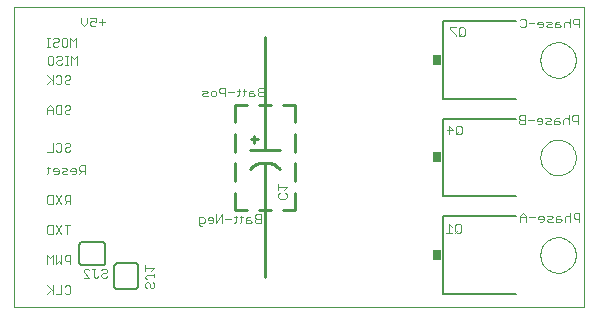
<source format=gbo>
G75*
G70*
%OFA0B0*%
%FSLAX24Y24*%
%IPPOS*%
%LPD*%
%AMOC8*
5,1,8,0,0,1.08239X$1,22.5*
%
%ADD10C,0.0000*%
%ADD11C,0.0030*%
%ADD12C,0.0080*%
%ADD13R,0.0300X0.0340*%
%ADD14C,0.0100*%
%ADD15C,0.0060*%
D10*
X000140Y000450D02*
X000140Y010450D01*
X019140Y010450D01*
X019140Y000450D01*
X000140Y000450D01*
X017674Y002200D02*
X017676Y002248D01*
X017682Y002296D01*
X017692Y002343D01*
X017705Y002389D01*
X017723Y002434D01*
X017743Y002478D01*
X017768Y002520D01*
X017796Y002559D01*
X017826Y002596D01*
X017860Y002630D01*
X017897Y002662D01*
X017935Y002691D01*
X017976Y002716D01*
X018019Y002738D01*
X018064Y002756D01*
X018110Y002770D01*
X018157Y002781D01*
X018205Y002788D01*
X018253Y002791D01*
X018301Y002790D01*
X018349Y002785D01*
X018397Y002776D01*
X018443Y002764D01*
X018488Y002747D01*
X018532Y002727D01*
X018574Y002704D01*
X018614Y002677D01*
X018652Y002647D01*
X018687Y002614D01*
X018719Y002578D01*
X018749Y002540D01*
X018775Y002499D01*
X018797Y002456D01*
X018817Y002412D01*
X018832Y002367D01*
X018844Y002320D01*
X018852Y002272D01*
X018856Y002224D01*
X018856Y002176D01*
X018852Y002128D01*
X018844Y002080D01*
X018832Y002033D01*
X018817Y001988D01*
X018797Y001944D01*
X018775Y001901D01*
X018749Y001860D01*
X018719Y001822D01*
X018687Y001786D01*
X018652Y001753D01*
X018614Y001723D01*
X018574Y001696D01*
X018532Y001673D01*
X018488Y001653D01*
X018443Y001636D01*
X018397Y001624D01*
X018349Y001615D01*
X018301Y001610D01*
X018253Y001609D01*
X018205Y001612D01*
X018157Y001619D01*
X018110Y001630D01*
X018064Y001644D01*
X018019Y001662D01*
X017976Y001684D01*
X017935Y001709D01*
X017897Y001738D01*
X017860Y001770D01*
X017826Y001804D01*
X017796Y001841D01*
X017768Y001880D01*
X017743Y001922D01*
X017723Y001966D01*
X017705Y002011D01*
X017692Y002057D01*
X017682Y002104D01*
X017676Y002152D01*
X017674Y002200D01*
X017674Y005450D02*
X017676Y005498D01*
X017682Y005546D01*
X017692Y005593D01*
X017705Y005639D01*
X017723Y005684D01*
X017743Y005728D01*
X017768Y005770D01*
X017796Y005809D01*
X017826Y005846D01*
X017860Y005880D01*
X017897Y005912D01*
X017935Y005941D01*
X017976Y005966D01*
X018019Y005988D01*
X018064Y006006D01*
X018110Y006020D01*
X018157Y006031D01*
X018205Y006038D01*
X018253Y006041D01*
X018301Y006040D01*
X018349Y006035D01*
X018397Y006026D01*
X018443Y006014D01*
X018488Y005997D01*
X018532Y005977D01*
X018574Y005954D01*
X018614Y005927D01*
X018652Y005897D01*
X018687Y005864D01*
X018719Y005828D01*
X018749Y005790D01*
X018775Y005749D01*
X018797Y005706D01*
X018817Y005662D01*
X018832Y005617D01*
X018844Y005570D01*
X018852Y005522D01*
X018856Y005474D01*
X018856Y005426D01*
X018852Y005378D01*
X018844Y005330D01*
X018832Y005283D01*
X018817Y005238D01*
X018797Y005194D01*
X018775Y005151D01*
X018749Y005110D01*
X018719Y005072D01*
X018687Y005036D01*
X018652Y005003D01*
X018614Y004973D01*
X018574Y004946D01*
X018532Y004923D01*
X018488Y004903D01*
X018443Y004886D01*
X018397Y004874D01*
X018349Y004865D01*
X018301Y004860D01*
X018253Y004859D01*
X018205Y004862D01*
X018157Y004869D01*
X018110Y004880D01*
X018064Y004894D01*
X018019Y004912D01*
X017976Y004934D01*
X017935Y004959D01*
X017897Y004988D01*
X017860Y005020D01*
X017826Y005054D01*
X017796Y005091D01*
X017768Y005130D01*
X017743Y005172D01*
X017723Y005216D01*
X017705Y005261D01*
X017692Y005307D01*
X017682Y005354D01*
X017676Y005402D01*
X017674Y005450D01*
X017674Y008700D02*
X017676Y008748D01*
X017682Y008796D01*
X017692Y008843D01*
X017705Y008889D01*
X017723Y008934D01*
X017743Y008978D01*
X017768Y009020D01*
X017796Y009059D01*
X017826Y009096D01*
X017860Y009130D01*
X017897Y009162D01*
X017935Y009191D01*
X017976Y009216D01*
X018019Y009238D01*
X018064Y009256D01*
X018110Y009270D01*
X018157Y009281D01*
X018205Y009288D01*
X018253Y009291D01*
X018301Y009290D01*
X018349Y009285D01*
X018397Y009276D01*
X018443Y009264D01*
X018488Y009247D01*
X018532Y009227D01*
X018574Y009204D01*
X018614Y009177D01*
X018652Y009147D01*
X018687Y009114D01*
X018719Y009078D01*
X018749Y009040D01*
X018775Y008999D01*
X018797Y008956D01*
X018817Y008912D01*
X018832Y008867D01*
X018844Y008820D01*
X018852Y008772D01*
X018856Y008724D01*
X018856Y008676D01*
X018852Y008628D01*
X018844Y008580D01*
X018832Y008533D01*
X018817Y008488D01*
X018797Y008444D01*
X018775Y008401D01*
X018749Y008360D01*
X018719Y008322D01*
X018687Y008286D01*
X018652Y008253D01*
X018614Y008223D01*
X018574Y008196D01*
X018532Y008173D01*
X018488Y008153D01*
X018443Y008136D01*
X018397Y008124D01*
X018349Y008115D01*
X018301Y008110D01*
X018253Y008109D01*
X018205Y008112D01*
X018157Y008119D01*
X018110Y008130D01*
X018064Y008144D01*
X018019Y008162D01*
X017976Y008184D01*
X017935Y008209D01*
X017897Y008238D01*
X017860Y008270D01*
X017826Y008304D01*
X017796Y008341D01*
X017768Y008380D01*
X017743Y008422D01*
X017723Y008466D01*
X017705Y008511D01*
X017692Y008557D01*
X017682Y008604D01*
X017676Y008652D01*
X017674Y008700D01*
D11*
X017626Y009790D02*
X017723Y009790D01*
X017771Y009838D01*
X017771Y009935D01*
X017723Y009983D01*
X017626Y009983D01*
X017578Y009935D01*
X017578Y009887D01*
X017771Y009887D01*
X017873Y009838D02*
X017921Y009887D01*
X018018Y009887D01*
X018066Y009935D01*
X018018Y009983D01*
X017873Y009983D01*
X018167Y009935D02*
X018167Y009790D01*
X018312Y009790D01*
X018361Y009838D01*
X018312Y009887D01*
X018167Y009887D01*
X018167Y009935D02*
X018216Y009983D01*
X018312Y009983D01*
X018462Y009935D02*
X018462Y009790D01*
X018462Y009935D02*
X018510Y009983D01*
X018607Y009983D01*
X018655Y009935D01*
X018757Y009935D02*
X018805Y009887D01*
X018950Y009887D01*
X018950Y009790D02*
X018950Y010080D01*
X018805Y010080D01*
X018757Y010032D01*
X018757Y009935D01*
X018655Y010080D02*
X018655Y009790D01*
X018066Y009790D02*
X017921Y009790D01*
X017873Y009838D01*
X017477Y009935D02*
X017283Y009935D01*
X017182Y009838D02*
X017134Y009790D01*
X017037Y009790D01*
X016989Y009838D01*
X017182Y009838D02*
X017182Y010032D01*
X017134Y010080D01*
X017037Y010080D01*
X016989Y010032D01*
X015157Y009737D02*
X015157Y009543D01*
X015108Y009495D01*
X015012Y009495D01*
X014963Y009543D01*
X014963Y009737D01*
X015012Y009785D01*
X015108Y009785D01*
X015157Y009737D01*
X015060Y009592D02*
X014963Y009495D01*
X014862Y009495D02*
X014862Y009543D01*
X014669Y009737D01*
X014669Y009785D01*
X014862Y009785D01*
X017012Y006855D02*
X016964Y006807D01*
X016964Y006758D01*
X017012Y006710D01*
X017157Y006710D01*
X017258Y006710D02*
X017452Y006710D01*
X017553Y006710D02*
X017553Y006662D01*
X017746Y006662D01*
X017746Y006710D02*
X017698Y006758D01*
X017601Y006758D01*
X017553Y006710D01*
X017601Y006565D02*
X017698Y006565D01*
X017746Y006613D01*
X017746Y006710D01*
X017848Y006758D02*
X017993Y006758D01*
X018041Y006710D01*
X017993Y006662D01*
X017896Y006662D01*
X017848Y006613D01*
X017896Y006565D01*
X018041Y006565D01*
X018142Y006565D02*
X018287Y006565D01*
X018336Y006613D01*
X018287Y006662D01*
X018142Y006662D01*
X018142Y006710D02*
X018142Y006565D01*
X018142Y006710D02*
X018191Y006758D01*
X018287Y006758D01*
X018437Y006710D02*
X018437Y006565D01*
X018437Y006710D02*
X018485Y006758D01*
X018582Y006758D01*
X018630Y006710D01*
X018732Y006710D02*
X018780Y006662D01*
X018925Y006662D01*
X018925Y006565D02*
X018925Y006855D01*
X018780Y006855D01*
X018732Y006807D01*
X018732Y006710D01*
X018630Y006855D02*
X018630Y006565D01*
X017157Y006565D02*
X017012Y006565D01*
X016964Y006613D01*
X016964Y006662D01*
X017012Y006710D01*
X017012Y006855D02*
X017157Y006855D01*
X017157Y006565D01*
X015057Y006462D02*
X015057Y006268D01*
X015008Y006220D01*
X014912Y006220D01*
X014863Y006268D01*
X014863Y006462D01*
X014912Y006510D01*
X015008Y006510D01*
X015057Y006462D01*
X014960Y006317D02*
X014863Y006220D01*
X014762Y006365D02*
X014569Y006365D01*
X014617Y006220D02*
X014617Y006510D01*
X014762Y006365D01*
X017110Y003605D02*
X017014Y003508D01*
X017014Y003315D01*
X017207Y003315D02*
X017207Y003508D01*
X017110Y003605D01*
X017014Y003460D02*
X017207Y003460D01*
X017308Y003460D02*
X017502Y003460D01*
X017603Y003460D02*
X017603Y003412D01*
X017796Y003412D01*
X017796Y003460D02*
X017796Y003363D01*
X017748Y003315D01*
X017651Y003315D01*
X017898Y003363D02*
X017946Y003412D01*
X018043Y003412D01*
X018091Y003460D01*
X018043Y003508D01*
X017898Y003508D01*
X017796Y003460D02*
X017748Y003508D01*
X017651Y003508D01*
X017603Y003460D01*
X017898Y003363D02*
X017946Y003315D01*
X018091Y003315D01*
X018192Y003315D02*
X018337Y003315D01*
X018386Y003363D01*
X018337Y003412D01*
X018192Y003412D01*
X018192Y003460D02*
X018192Y003315D01*
X018192Y003460D02*
X018241Y003508D01*
X018337Y003508D01*
X018487Y003460D02*
X018487Y003315D01*
X018680Y003315D02*
X018680Y003605D01*
X018632Y003508D02*
X018535Y003508D01*
X018487Y003460D01*
X018632Y003508D02*
X018680Y003460D01*
X018782Y003460D02*
X018830Y003412D01*
X018975Y003412D01*
X018975Y003315D02*
X018975Y003605D01*
X018830Y003605D01*
X018782Y003557D01*
X018782Y003460D01*
X015032Y003187D02*
X015032Y002993D01*
X014983Y002945D01*
X014887Y002945D01*
X014838Y002993D01*
X014838Y003187D01*
X014887Y003235D01*
X014983Y003235D01*
X015032Y003187D01*
X014935Y003042D02*
X014838Y002945D01*
X014737Y002945D02*
X014544Y002945D01*
X014640Y002945D02*
X014640Y003235D01*
X014737Y003138D01*
X009225Y004124D02*
X009177Y004076D01*
X008983Y004076D01*
X008935Y004124D01*
X008935Y004221D01*
X008983Y004269D01*
X008935Y004370D02*
X008935Y004564D01*
X008935Y004467D02*
X009225Y004467D01*
X009128Y004370D01*
X009177Y004269D02*
X009225Y004221D01*
X009225Y004124D01*
X008350Y003555D02*
X008205Y003555D01*
X008157Y003507D01*
X008157Y003458D01*
X008205Y003410D01*
X008350Y003410D01*
X008350Y003265D02*
X008205Y003265D01*
X008157Y003313D01*
X008157Y003362D01*
X008205Y003410D01*
X008055Y003313D02*
X008007Y003362D01*
X007862Y003362D01*
X007862Y003410D02*
X007862Y003265D01*
X008007Y003265D01*
X008055Y003313D01*
X007910Y003458D02*
X007862Y003410D01*
X007910Y003458D02*
X008007Y003458D01*
X007761Y003458D02*
X007664Y003458D01*
X007712Y003507D02*
X007712Y003313D01*
X007664Y003265D01*
X007516Y003313D02*
X007468Y003265D01*
X007516Y003313D02*
X007516Y003507D01*
X007564Y003458D02*
X007468Y003458D01*
X007368Y003410D02*
X007174Y003410D01*
X007073Y003265D02*
X007073Y003555D01*
X006880Y003265D01*
X006880Y003555D01*
X006779Y003410D02*
X006730Y003458D01*
X006633Y003458D01*
X006585Y003410D01*
X006585Y003362D01*
X006779Y003362D01*
X006779Y003410D02*
X006779Y003313D01*
X006730Y003265D01*
X006633Y003265D01*
X006484Y003313D02*
X006484Y003410D01*
X006435Y003458D01*
X006290Y003458D01*
X006290Y003217D01*
X006339Y003168D01*
X006387Y003168D01*
X006435Y003265D02*
X006290Y003265D01*
X006435Y003265D02*
X006484Y003313D01*
X008350Y003265D02*
X008350Y003555D01*
X004799Y001777D02*
X004508Y001777D01*
X004508Y001680D02*
X004508Y001874D01*
X004702Y001680D02*
X004799Y001777D01*
X004799Y001579D02*
X004799Y001482D01*
X004799Y001531D02*
X004557Y001531D01*
X004508Y001482D01*
X004508Y001434D01*
X004557Y001386D01*
X004557Y001285D02*
X004508Y001236D01*
X004508Y001139D01*
X004557Y001091D01*
X004653Y001139D02*
X004653Y001236D01*
X004605Y001285D01*
X004557Y001285D01*
X004653Y001139D02*
X004702Y001091D01*
X004750Y001091D01*
X004799Y001139D01*
X004799Y001236D01*
X004750Y001285D01*
X003235Y001493D02*
X003187Y001445D01*
X003090Y001445D01*
X003042Y001493D01*
X003042Y001542D01*
X003090Y001590D01*
X003187Y001590D01*
X003235Y001638D01*
X003235Y001687D01*
X003187Y001735D01*
X003090Y001735D01*
X003042Y001687D01*
X002844Y001735D02*
X002747Y001735D01*
X002795Y001735D02*
X002795Y001493D01*
X002844Y001445D01*
X002892Y001445D01*
X002940Y001493D01*
X002646Y001445D02*
X002452Y001638D01*
X002452Y001687D01*
X002501Y001735D01*
X002597Y001735D01*
X002646Y001687D01*
X002646Y001445D02*
X002452Y001445D01*
X002009Y001137D02*
X002009Y000943D01*
X001961Y000895D01*
X001864Y000895D01*
X001815Y000943D01*
X001714Y000895D02*
X001521Y000895D01*
X001420Y000895D02*
X001420Y001185D01*
X001420Y000992D02*
X001226Y001185D01*
X001371Y001040D02*
X001226Y000895D01*
X001714Y000895D02*
X001714Y001185D01*
X001815Y001137D02*
X001864Y001185D01*
X001961Y001185D01*
X002009Y001137D01*
X002009Y001895D02*
X002009Y002185D01*
X001864Y002185D01*
X001815Y002137D01*
X001815Y002040D01*
X001864Y001992D01*
X002009Y001992D01*
X001714Y001895D02*
X001714Y002185D01*
X001521Y002185D02*
X001521Y001895D01*
X001618Y001992D01*
X001714Y001895D01*
X001420Y001895D02*
X001420Y002185D01*
X001323Y002088D01*
X001226Y002185D01*
X001226Y001895D01*
X001275Y002895D02*
X001226Y002943D01*
X001226Y003137D01*
X001275Y003185D01*
X001420Y003185D01*
X001420Y002895D01*
X001275Y002895D01*
X001521Y002895D02*
X001714Y003185D01*
X001815Y003185D02*
X002009Y003185D01*
X001912Y003185D02*
X001912Y002895D01*
X001714Y002895D02*
X001521Y003185D01*
X001521Y003895D02*
X001714Y004185D01*
X001815Y004137D02*
X001815Y004040D01*
X001864Y003992D01*
X002009Y003992D01*
X001912Y003992D02*
X001815Y003895D01*
X001714Y003895D02*
X001521Y004185D01*
X001420Y004185D02*
X001275Y004185D01*
X001226Y004137D01*
X001226Y003943D01*
X001275Y003895D01*
X001420Y003895D01*
X001420Y004185D01*
X001815Y004137D02*
X001864Y004185D01*
X002009Y004185D01*
X002009Y003895D01*
X002060Y004895D02*
X002157Y004895D01*
X002205Y004943D01*
X002205Y005040D01*
X002157Y005088D01*
X002060Y005088D01*
X002012Y005040D01*
X002012Y004992D01*
X002205Y004992D01*
X002307Y005040D02*
X002355Y004992D01*
X002500Y004992D01*
X002403Y004992D02*
X002307Y004895D01*
X002307Y005040D02*
X002307Y005137D01*
X002355Y005185D01*
X002500Y005185D01*
X002500Y004895D01*
X001911Y004895D02*
X001766Y004895D01*
X001717Y004943D01*
X001766Y004992D01*
X001862Y004992D01*
X001911Y005040D01*
X001862Y005088D01*
X001717Y005088D01*
X001616Y005040D02*
X001568Y005088D01*
X001471Y005088D01*
X001423Y005040D01*
X001423Y004992D01*
X001616Y004992D01*
X001616Y005040D02*
X001616Y004943D01*
X001568Y004895D01*
X001471Y004895D01*
X001273Y004943D02*
X001225Y004895D01*
X001273Y004943D02*
X001273Y005137D01*
X001321Y005088D02*
X001225Y005088D01*
X001226Y005645D02*
X001420Y005645D01*
X001420Y005935D01*
X001521Y005887D02*
X001569Y005935D01*
X001666Y005935D01*
X001714Y005887D01*
X001714Y005693D01*
X001666Y005645D01*
X001569Y005645D01*
X001521Y005693D01*
X001815Y005693D02*
X001864Y005645D01*
X001961Y005645D01*
X002009Y005693D01*
X001961Y005790D02*
X002009Y005838D01*
X002009Y005887D01*
X001961Y005935D01*
X001864Y005935D01*
X001815Y005887D01*
X001864Y005790D02*
X001815Y005742D01*
X001815Y005693D01*
X001864Y005790D02*
X001961Y005790D01*
X001961Y006895D02*
X002009Y006943D01*
X001961Y006895D02*
X001864Y006895D01*
X001815Y006943D01*
X001815Y006992D01*
X001864Y007040D01*
X001961Y007040D01*
X002009Y007088D01*
X002009Y007137D01*
X001961Y007185D01*
X001864Y007185D01*
X001815Y007137D01*
X001714Y007185D02*
X001569Y007185D01*
X001521Y007137D01*
X001521Y006943D01*
X001569Y006895D01*
X001714Y006895D01*
X001714Y007185D01*
X001420Y007088D02*
X001323Y007185D01*
X001226Y007088D01*
X001226Y006895D01*
X001226Y007040D02*
X001420Y007040D01*
X001420Y007088D02*
X001420Y006895D01*
X001420Y007895D02*
X001420Y008185D01*
X001521Y008137D02*
X001569Y008185D01*
X001666Y008185D01*
X001714Y008137D01*
X001714Y007943D01*
X001666Y007895D01*
X001569Y007895D01*
X001521Y007943D01*
X001420Y007992D02*
X001226Y008185D01*
X001371Y008040D02*
X001226Y007895D01*
X001815Y007943D02*
X001864Y007895D01*
X001961Y007895D01*
X002009Y007943D01*
X001961Y008040D02*
X002009Y008088D01*
X002009Y008137D01*
X001961Y008185D01*
X001864Y008185D01*
X001815Y008137D01*
X001864Y008040D02*
X001815Y007992D01*
X001815Y007943D01*
X001864Y008040D02*
X001961Y008040D01*
X001936Y008545D02*
X001839Y008545D01*
X001887Y008545D02*
X001887Y008835D01*
X001839Y008835D02*
X001936Y008835D01*
X002037Y008835D02*
X002134Y008738D01*
X002230Y008835D01*
X002230Y008545D01*
X002037Y008545D02*
X002037Y008835D01*
X001739Y008787D02*
X001739Y008738D01*
X001691Y008690D01*
X001594Y008690D01*
X001546Y008642D01*
X001546Y008593D01*
X001594Y008545D01*
X001691Y008545D01*
X001739Y008593D01*
X001739Y008787D02*
X001691Y008835D01*
X001594Y008835D01*
X001546Y008787D01*
X001445Y008787D02*
X001445Y008593D01*
X001396Y008545D01*
X001300Y008545D01*
X001251Y008593D01*
X001251Y008787D01*
X001300Y008835D01*
X001396Y008835D01*
X001445Y008787D01*
X001471Y009145D02*
X001568Y009145D01*
X001616Y009193D01*
X001717Y009193D02*
X001717Y009387D01*
X001766Y009435D01*
X001862Y009435D01*
X001911Y009387D01*
X001911Y009193D01*
X001862Y009145D01*
X001766Y009145D01*
X001717Y009193D01*
X001616Y009338D02*
X001568Y009290D01*
X001471Y009290D01*
X001423Y009242D01*
X001423Y009193D01*
X001471Y009145D01*
X001321Y009145D02*
X001225Y009145D01*
X001273Y009145D02*
X001273Y009435D01*
X001321Y009435D02*
X001225Y009435D01*
X001423Y009387D02*
X001471Y009435D01*
X001568Y009435D01*
X001616Y009387D01*
X001616Y009338D01*
X002012Y009435D02*
X002012Y009145D01*
X002205Y009145D02*
X002205Y009435D01*
X002109Y009338D01*
X002012Y009435D01*
X002473Y009820D02*
X002376Y009917D01*
X002376Y010110D01*
X002570Y010110D02*
X002570Y009917D01*
X002473Y009820D01*
X002671Y009868D02*
X002719Y009820D01*
X002816Y009820D01*
X002864Y009868D01*
X002864Y009965D02*
X002768Y010013D01*
X002719Y010013D01*
X002671Y009965D01*
X002671Y009868D01*
X002864Y009965D02*
X002864Y010110D01*
X002671Y010110D01*
X002965Y009965D02*
X003159Y009965D01*
X003062Y010062D02*
X003062Y009868D01*
X006980Y007732D02*
X006980Y007635D01*
X007028Y007587D01*
X007173Y007587D01*
X007173Y007490D02*
X007173Y007780D01*
X007028Y007780D01*
X006980Y007732D01*
X006879Y007635D02*
X006879Y007538D01*
X006830Y007490D01*
X006733Y007490D01*
X006685Y007538D01*
X006685Y007635D01*
X006733Y007683D01*
X006830Y007683D01*
X006879Y007635D01*
X006584Y007635D02*
X006535Y007587D01*
X006439Y007587D01*
X006390Y007538D01*
X006439Y007490D01*
X006584Y007490D01*
X006584Y007635D02*
X006535Y007683D01*
X006390Y007683D01*
X007274Y007635D02*
X007468Y007635D01*
X007568Y007683D02*
X007664Y007683D01*
X007616Y007732D02*
X007616Y007538D01*
X007568Y007490D01*
X007764Y007490D02*
X007812Y007538D01*
X007812Y007732D01*
X007764Y007683D02*
X007861Y007683D01*
X007962Y007635D02*
X007962Y007490D01*
X008107Y007490D01*
X008155Y007538D01*
X008107Y007587D01*
X007962Y007587D01*
X007962Y007635D02*
X008010Y007683D01*
X008107Y007683D01*
X008257Y007683D02*
X008257Y007732D01*
X008305Y007780D01*
X008450Y007780D01*
X008450Y007490D01*
X008305Y007490D01*
X008257Y007538D01*
X008257Y007587D01*
X008305Y007635D01*
X008450Y007635D01*
X008305Y007635D02*
X008257Y007683D01*
D12*
X014422Y007410D02*
X016861Y007410D01*
X016861Y006740D02*
X014422Y006740D01*
X014422Y004160D01*
X016861Y004160D01*
X016861Y003490D02*
X014422Y003490D01*
X014422Y000910D01*
X016861Y000910D01*
X014422Y007410D02*
X014422Y009990D01*
X016861Y009990D01*
D13*
X014232Y008700D03*
X014232Y005450D03*
X014232Y002200D03*
D14*
X009490Y003700D02*
X009086Y003700D01*
X008692Y003700D02*
X008288Y003700D01*
X007894Y003700D02*
X007490Y003700D01*
X007490Y004280D01*
X007490Y004673D02*
X007490Y005253D01*
X007490Y005647D02*
X007490Y006227D01*
X007490Y006620D02*
X007490Y007200D01*
X007894Y007200D01*
X008288Y007200D02*
X008692Y007200D01*
X009086Y007200D02*
X009490Y007200D01*
X009490Y006620D01*
X009490Y006227D02*
X009490Y005647D01*
X008990Y005700D02*
X008490Y005700D01*
X008490Y009450D01*
X008140Y006175D02*
X008140Y005925D01*
X008015Y006050D02*
X008265Y006050D01*
X008490Y005700D02*
X007990Y005700D01*
X008490Y005200D02*
X008490Y001450D01*
X009490Y003700D02*
X009490Y004280D01*
X009490Y004673D02*
X009490Y005253D01*
X008990Y005075D02*
X008953Y005109D01*
X008914Y005141D01*
X008872Y005170D01*
X008829Y005196D01*
X008784Y005218D01*
X008737Y005237D01*
X008689Y005253D01*
X008640Y005266D01*
X008591Y005275D01*
X008540Y005280D01*
X008490Y005282D01*
X008440Y005280D01*
X008389Y005275D01*
X008340Y005266D01*
X008291Y005253D01*
X008243Y005237D01*
X008196Y005218D01*
X008151Y005196D01*
X008108Y005170D01*
X008066Y005141D01*
X008027Y005109D01*
X007990Y005075D01*
D15*
X003173Y002545D02*
X003173Y001955D01*
X003174Y001955D02*
X003170Y001936D01*
X003164Y001919D01*
X003154Y001902D01*
X003142Y001888D01*
X003127Y001876D01*
X003111Y001866D01*
X003093Y001860D01*
X003074Y001856D01*
X003055Y001856D01*
X002425Y001856D01*
X002406Y001856D01*
X002387Y001860D01*
X002369Y001866D01*
X002353Y001876D01*
X002338Y001888D01*
X002326Y001902D01*
X002316Y001919D01*
X002310Y001936D01*
X002306Y001955D01*
X002307Y001955D02*
X002307Y002545D01*
X002306Y002546D02*
X002310Y002564D01*
X002316Y002582D01*
X002326Y002599D01*
X002338Y002613D01*
X002353Y002626D01*
X002369Y002635D01*
X002387Y002641D01*
X002406Y002645D01*
X002425Y002645D01*
X002425Y002644D02*
X003055Y002644D01*
X003074Y002644D01*
X003093Y002640D01*
X003111Y002634D01*
X003127Y002624D01*
X003142Y002612D01*
X003154Y002598D01*
X003164Y002581D01*
X003170Y002564D01*
X003174Y002545D01*
X003573Y001933D02*
X004164Y001933D01*
X004164Y001934D02*
X004183Y001930D01*
X004200Y001924D01*
X004217Y001914D01*
X004231Y001902D01*
X004243Y001887D01*
X004253Y001871D01*
X004259Y001853D01*
X004263Y001834D01*
X004263Y001815D01*
X004262Y001815D02*
X004262Y001185D01*
X004263Y001185D02*
X004263Y001166D01*
X004259Y001147D01*
X004253Y001129D01*
X004243Y001113D01*
X004231Y001098D01*
X004217Y001086D01*
X004200Y001076D01*
X004183Y001070D01*
X004164Y001066D01*
X004164Y001067D02*
X003573Y001067D01*
X003573Y001066D02*
X003555Y001070D01*
X003537Y001076D01*
X003520Y001086D01*
X003506Y001098D01*
X003493Y001113D01*
X003484Y001129D01*
X003478Y001147D01*
X003474Y001166D01*
X003474Y001185D01*
X003475Y001185D02*
X003475Y001815D01*
X003474Y001815D02*
X003474Y001834D01*
X003478Y001853D01*
X003484Y001871D01*
X003494Y001887D01*
X003506Y001902D01*
X003520Y001914D01*
X003537Y001924D01*
X003554Y001930D01*
X003573Y001934D01*
M02*

</source>
